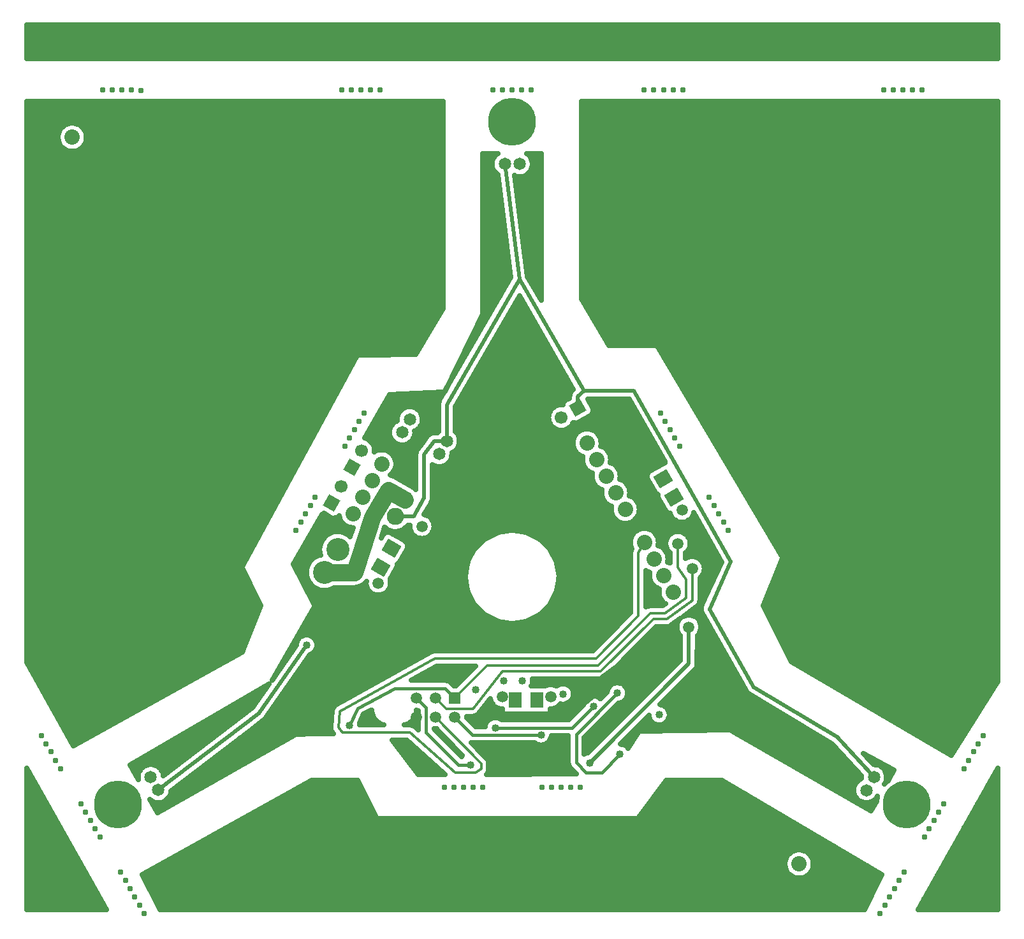
<source format=gbr>
G04 DipTrace 3.0.0.2*
G04 Bottom.gbr*
%MOIN*%
G04 #@! TF.FileFunction,Copper,L4,Bot*
G04 #@! TF.Part,Single*
%AMOUTLINE0*
4,1,4,
-0.05214,-0.010311,
-0.01714,0.050311,
0.05214,0.010311,
0.01714,-0.050311,
-0.05214,-0.010311,
0*%
%AMOUTLINE6*
4,1,4,
0.01714,0.050311,
0.05214,-0.010311,
-0.01714,-0.050311,
-0.05214,0.010311,
0.01714,0.050311,
0*%
%AMOUTLINE9*5,1,4,0,0,0.094653,-164.999604*%
%AMOUTLINE12*5,1,4,0,0,0.094653,-195.000396*%
G04 #@! TA.AperFunction,Conductor*
%ADD13C,0.012992*%
%ADD14C,0.015*%
%ADD15C,0.02*%
G04 #@! TA.AperFunction,ComponentPad*
%ADD16C,0.09*%
G04 #@! TA.AperFunction,CopperBalancing*
%ADD19C,0.025*%
G04 #@! TA.AperFunction,ComponentPad*
%ADD21C,0.12*%
%ADD27R,0.07X0.08*%
%ADD28C,0.066929*%
%ADD29R,0.059055X0.059055*%
%ADD30C,0.059055*%
%ADD31C,0.065*%
%ADD36C,0.08*%
%ADD37C,0.25*%
%ADD38C,0.031*%
G04 #@! TA.AperFunction,ViaPad*
%ADD39C,0.04*%
%ADD41C,0.059*%
G04 #@! TA.AperFunction,ComponentPad*
%ADD96OUTLINE0*%
%ADD102OUTLINE6*%
%ADD105OUTLINE9*%
%ADD108OUTLINE12*%
%FSLAX26Y26*%
G04*
G70*
G90*
G75*
G01*
G04 Bottom*
%LPD*%
X3154699Y1368072D2*
D14*
X2797450D1*
X2703699Y1461823D1*
X3927699Y1932072D2*
D15*
Y1740072D1*
X3409699Y1222072D1*
X1928812Y1836860D2*
X1678699Y1480572D1*
X1153764Y1079282D1*
X2392699Y2509072D2*
X2488537D1*
X2543699Y2607072D1*
Y2835085D1*
X2595831Y2904823D1*
X2661807D1*
Y3094358D1*
X2749445Y3245538D1*
X3042348Y3750810D1*
X2964778Y4352857D1*
X3042348Y3750810D2*
X3378660Y3167970D1*
X3641133D1*
X4147329Y2274314D1*
X4034841Y2024340D1*
X4266067Y1618133D1*
X4703521Y1355660D1*
X4894631Y1146925D1*
X3347699Y3078071D2*
Y3137009D1*
X3378660Y3167970D1*
X3301169Y1461899D2*
D14*
X3442699Y1582072D1*
D13*
X3470934Y1673909D1*
X3730437Y1865366D1*
X4011699Y2067072D1*
X4015105Y2227122D1*
X3891346Y2444110D1*
X3644699Y2461060D1*
X2442699Y2595676D2*
D16*
X2356699Y2648072D1*
X2271699Y2507072D1*
X2178627Y2217469D1*
X2022400Y2217478D1*
X2916199Y1405572D2*
D14*
X3316084D1*
X3428655Y1518143D1*
X2153789Y1418154D2*
X2196699Y1506072D1*
X2389936Y1611883D1*
X2653639D1*
X2703699Y1561823D1*
X3869949Y2368322D2*
D13*
Y2242669D1*
X3913730Y2181846D1*
Y2084298D1*
X3804262Y2002976D1*
X3724828D1*
X3452424Y1730572D1*
X2872449D1*
X2703699Y1561823D1*
X3694699Y2374458D2*
X3664084Y2320458D1*
Y1989385D1*
X3441772Y1767072D1*
X2598073D1*
X2103699Y1491072D1*
X2094699Y1407915D1*
X2114592Y1380028D1*
X2468858D1*
X2704997Y1169072D1*
X2812199D1*
X2841199Y1190316D1*
Y1216072D1*
X2603699Y1461823D1*
X2503699Y1561823D2*
D14*
X2553747Y1511776D1*
Y1381950D1*
X2723772Y1211925D1*
X2784972D1*
X2603699Y1561823D2*
D13*
X2659950Y1505572D1*
X2797987D1*
X2953597Y1699322D1*
X3466199D1*
X3741205Y1974327D1*
X3813041D1*
X3944950Y2071734D1*
Y2237072D1*
X3553642Y1586886D2*
D14*
X3338491Y1371735D1*
Y1224159D1*
X3391013Y1171636D1*
X3473264D1*
X3567699Y1266072D1*
D39*
X3771699Y1473072D3*
X3057411Y1649322D3*
X2960474D3*
X3154699Y1368072D3*
X3428655Y1518143D3*
X2916199Y1405572D3*
X2784972Y1211925D3*
X2153789Y1418154D3*
X3567699Y1266072D3*
X3553642Y1586886D3*
X3301169Y1461899D3*
X3442699Y1582072D3*
D41*
X3204505Y1567266D3*
X2952143Y1566516D3*
X2531699Y2458072D3*
D39*
X1928812Y1836860D3*
X3409699Y1222072D3*
D41*
X3927699Y1932072D3*
X2303699Y2161823D3*
X3891199Y2543072D3*
X3869949Y2368322D3*
X3944950Y2237072D3*
D39*
X3269699Y1582072D3*
X2813299Y1603281D3*
X468699Y5055703D2*
D19*
X5538724D1*
X468699Y5030835D2*
X5538724D1*
X468699Y5005966D2*
X5538724D1*
X468699Y4981097D2*
X5538724D1*
X468699Y4956228D2*
X5538724D1*
X468699Y4931360D2*
X5538724D1*
X468699Y4906491D2*
X5538724D1*
X5541199Y4918072D2*
Y5080572D1*
X466199D1*
Y4905572D1*
X5541199D1*
Y4918072D1*
X468699Y4655703D2*
X2638724D1*
X468699Y4630835D2*
X2638724D1*
X468699Y4605966D2*
X2638724D1*
X468699Y4581097D2*
X2638724D1*
X468699Y4556228D2*
X663626D1*
X743773D2*
X2638724D1*
X468699Y4531360D2*
X638480D1*
X768919D2*
X2638724D1*
X468699Y4506491D2*
X628958D1*
X778441D2*
X2638724D1*
X468699Y4481622D2*
X628617D1*
X778782D2*
X2638724D1*
X468699Y4456753D2*
X637308D1*
X770091D2*
X2638724D1*
X468699Y4431885D2*
X660501D1*
X746898D2*
X2638724D1*
X468699Y4407016D2*
X2638724D1*
X468699Y4382147D2*
X2638724D1*
X468699Y4357278D2*
X2638724D1*
X468699Y4332409D2*
X2638724D1*
X468699Y4307541D2*
X2638724D1*
X468699Y4282672D2*
X2638724D1*
X468699Y4257803D2*
X2638724D1*
X468699Y4232934D2*
X2638724D1*
X468699Y4208066D2*
X2638724D1*
X468699Y4183197D2*
X2638724D1*
X468699Y4158328D2*
X2638724D1*
X468699Y4133459D2*
X2638724D1*
X468699Y4108591D2*
X2638724D1*
X468699Y4083722D2*
X2638724D1*
X468699Y4058853D2*
X2638724D1*
X468699Y4033984D2*
X2638724D1*
X468699Y4009115D2*
X2638724D1*
X468699Y3984247D2*
X2638724D1*
X468699Y3959378D2*
X2638724D1*
X468699Y3934509D2*
X2638724D1*
X468699Y3909640D2*
X2638724D1*
X468699Y3884772D2*
X2638724D1*
X468699Y3859903D2*
X2638724D1*
X468699Y3835034D2*
X2638724D1*
X468699Y3810165D2*
X2638724D1*
X468699Y3785297D2*
X2638724D1*
X468699Y3760428D2*
X2638724D1*
X468699Y3735559D2*
X2638724D1*
X468699Y3710690D2*
X2638724D1*
X468699Y3685822D2*
X2638724D1*
X468699Y3660953D2*
X2638724D1*
X468699Y3636084D2*
X2638724D1*
X468699Y3611215D2*
X2638724D1*
X468699Y3586346D2*
X2632572D1*
X468699Y3561478D2*
X2617678D1*
X468699Y3536609D2*
X2602738D1*
X468699Y3511740D2*
X2587845D1*
X468699Y3486871D2*
X2572904D1*
X468699Y3462003D2*
X2557962D1*
X468699Y3437134D2*
X2543070D1*
X468699Y3412265D2*
X2528129D1*
X468699Y3387396D2*
X2513236D1*
X468699Y3362528D2*
X2498294D1*
X468699Y3337659D2*
X2183988D1*
X468699Y3312790D2*
X2170462D1*
X468699Y3287921D2*
X2156888D1*
X468699Y3263052D2*
X2143314D1*
X468699Y3238184D2*
X2129740D1*
X468699Y3213315D2*
X2116165D1*
X468699Y3188446D2*
X2102640D1*
X468699Y3163577D2*
X2089066D1*
X468699Y3138709D2*
X2075491D1*
X468699Y3113840D2*
X2061917D1*
X468699Y3088971D2*
X2048343D1*
X468699Y3064102D2*
X2034818D1*
X468699Y3039234D2*
X2021243D1*
X468699Y3014365D2*
X2007669D1*
X468699Y2989496D2*
X1994094D1*
X468699Y2964627D2*
X1980521D1*
X468699Y2939759D2*
X1966995D1*
X468699Y2914890D2*
X1953421D1*
X468699Y2890021D2*
X1939846D1*
X468699Y2865152D2*
X1926273D1*
X468699Y2840283D2*
X1912698D1*
X468699Y2815415D2*
X1899125D1*
X468699Y2790546D2*
X1885598D1*
X468699Y2765677D2*
X1872025D1*
X468699Y2740808D2*
X1858450D1*
X468699Y2715940D2*
X1844877D1*
X468699Y2691071D2*
X1831302D1*
X468699Y2666202D2*
X1817777D1*
X468699Y2641333D2*
X1804202D1*
X468699Y2616465D2*
X1790629D1*
X468699Y2591596D2*
X1777054D1*
X468699Y2566727D2*
X1763480D1*
X468699Y2541858D2*
X1749954D1*
X468699Y2516990D2*
X1736381D1*
X468699Y2492121D2*
X1722806D1*
X468699Y2467252D2*
X1709232D1*
X468699Y2442383D2*
X1695657D1*
X468699Y2417514D2*
X1682133D1*
X468699Y2392646D2*
X1668558D1*
X468699Y2367777D2*
X1654984D1*
X468699Y2342908D2*
X1641409D1*
X468699Y2318039D2*
X1627835D1*
X468699Y2293171D2*
X1614310D1*
X468699Y2268302D2*
X1600736D1*
X468699Y2243433D2*
X1587161D1*
X468699Y2218564D2*
X1599466D1*
X468699Y2193696D2*
X1611917D1*
X468699Y2168827D2*
X1624369D1*
X468699Y2143958D2*
X1636770D1*
X468699Y2119089D2*
X1649222D1*
X468699Y2094220D2*
X1661673D1*
X468699Y2069352D2*
X1674075D1*
X468699Y2044483D2*
X1686526D1*
X468699Y2019614D2*
X1678373D1*
X468699Y1994745D2*
X1668411D1*
X468699Y1969877D2*
X1658450D1*
X468699Y1945008D2*
X1648490D1*
X468699Y1920139D2*
X1638577D1*
X468699Y1895270D2*
X1628617D1*
X468699Y1870402D2*
X1618656D1*
X468699Y1845533D2*
X1608743D1*
X468699Y1820664D2*
X1598782D1*
X468699Y1795795D2*
X1580374D1*
X468699Y1770927D2*
X1535598D1*
X468822Y1746058D2*
X1490824D1*
X482640Y1721189D2*
X1446049D1*
X496458Y1696320D2*
X1401322D1*
X510277Y1671451D2*
X1356546D1*
X524094Y1646583D2*
X1311770D1*
X537913Y1621714D2*
X1266995D1*
X551732Y1596845D2*
X1222269D1*
X565550Y1571976D2*
X1177493D1*
X579369Y1547108D2*
X1132718D1*
X593186Y1522239D2*
X1087942D1*
X607005Y1497370D2*
X1043217D1*
X620824Y1472501D2*
X998441D1*
X634642Y1447633D2*
X953665D1*
X648461Y1422764D2*
X908890D1*
X662278Y1397895D2*
X864163D1*
X676097Y1373026D2*
X819388D1*
X689915Y1348157D2*
X774613D1*
X703734Y1323289D2*
X729837D1*
X776972Y4487306D2*
X775169Y4475913D1*
X771605Y4464945D1*
X766369Y4454668D1*
X759589Y4445337D1*
X751434Y4437182D1*
X742104Y4430403D1*
X731827Y4425167D1*
X720858Y4421602D1*
X709466Y4419799D1*
X697933D1*
X686541Y4421602D1*
X675572Y4425167D1*
X665295Y4430403D1*
X655965Y4437182D1*
X647810Y4445337D1*
X641030Y4454668D1*
X635794Y4464945D1*
X632230Y4475913D1*
X630427Y4487306D1*
Y4498839D1*
X632230Y4510231D1*
X635794Y4521199D1*
X641030Y4531476D1*
X647810Y4540807D1*
X655965Y4548962D1*
X665295Y4555741D1*
X675572Y4560978D1*
X686541Y4564542D1*
X697933Y4566345D1*
X709466D1*
X720858Y4564542D1*
X731827Y4560978D1*
X742104Y4555741D1*
X751434Y4548962D1*
X759589Y4540807D1*
X766369Y4531476D1*
X771605Y4521199D1*
X775169Y4510231D1*
X776972Y4498839D1*
Y4487306D1*
X2408084Y3358062D2*
X2498172D1*
X2641215Y3596562D1*
X2641199Y4680572D1*
X466199D1*
Y1746245D1*
X708556Y1310070D1*
X1593749Y1801844D1*
X1690025Y2042543D1*
X1591782Y2239299D1*
X1591199Y2243167D1*
X1591841Y2247025D1*
X1598711Y2260031D1*
X2193797Y3350701D1*
X2196639Y3353387D1*
X2200172Y3355064D1*
X2204169Y3355559D1*
X2361659Y3355572D1*
X2375331Y3357218D1*
X2395584Y3358062D1*
X2408084D1*
X3368699Y4655703D2*
X5538724D1*
X3368699Y4630835D2*
X5538724D1*
X3368699Y4605966D2*
X5538724D1*
X3368699Y4581097D2*
X5538724D1*
X3368699Y4556228D2*
X5538724D1*
X3368699Y4531360D2*
X5538724D1*
X3368699Y4506491D2*
X5538724D1*
X3368699Y4481622D2*
X5538724D1*
X3368699Y4456753D2*
X5538724D1*
X3368699Y4431885D2*
X5538724D1*
X3368699Y4407016D2*
X5538724D1*
X3368699Y4382147D2*
X5538724D1*
X3368699Y4357278D2*
X5538724D1*
X3368699Y4332409D2*
X5538724D1*
X3368699Y4307541D2*
X5538724D1*
X3368699Y4282672D2*
X5538724D1*
X3368699Y4257803D2*
X5538724D1*
X3368699Y4232934D2*
X5538724D1*
X3368699Y4208066D2*
X5538724D1*
X3368699Y4183197D2*
X5538724D1*
X3368699Y4158328D2*
X5538724D1*
X3368699Y4133459D2*
X5538724D1*
X3368699Y4108591D2*
X5538724D1*
X3368699Y4083722D2*
X5538724D1*
X3368699Y4058853D2*
X5538724D1*
X3368699Y4033984D2*
X5538724D1*
X3368699Y4009115D2*
X5538724D1*
X3368699Y3984247D2*
X5538724D1*
X3368699Y3959378D2*
X5538724D1*
X3368699Y3934509D2*
X5538724D1*
X3368699Y3909640D2*
X5538724D1*
X3368699Y3884772D2*
X5538724D1*
X3368699Y3859903D2*
X5538724D1*
X3368699Y3835034D2*
X5538724D1*
X3368699Y3810165D2*
X5538724D1*
X3368699Y3785297D2*
X5538724D1*
X3368699Y3760428D2*
X5538724D1*
X3368699Y3735559D2*
X5538724D1*
X3368699Y3710690D2*
X5538724D1*
X3368699Y3685822D2*
X5538724D1*
X3368699Y3660953D2*
X5538724D1*
X3374974Y3636084D2*
X5538724D1*
X3389915Y3611215D2*
X5538724D1*
X3404808Y3586346D2*
X5538724D1*
X3419749Y3561478D2*
X5538724D1*
X3434642Y3536609D2*
X5538724D1*
X3449583Y3511740D2*
X5538724D1*
X3464476Y3486871D2*
X5538724D1*
X3479417Y3462003D2*
X5538724D1*
X3494358Y3437134D2*
X5538724D1*
X3509251Y3412265D2*
X5538724D1*
X3774094Y3387396D2*
X5538724D1*
X3788743Y3362528D2*
X5538724D1*
X3803441Y3337659D2*
X5538724D1*
X3818138Y3312790D2*
X5538724D1*
X3832835Y3287921D2*
X5538724D1*
X3847533Y3263052D2*
X5538724D1*
X3862230Y3238184D2*
X5538724D1*
X3876927Y3213315D2*
X5538724D1*
X3891625Y3188446D2*
X5538724D1*
X3906322Y3163577D2*
X5538724D1*
X3921018Y3138709D2*
X5538724D1*
X3935717Y3113840D2*
X5538724D1*
X3950413Y3088971D2*
X5538724D1*
X3965110Y3064102D2*
X5538724D1*
X3979808Y3039234D2*
X5538724D1*
X3994505Y3014365D2*
X5538724D1*
X4009202Y2989496D2*
X5538724D1*
X4023900Y2964627D2*
X5538724D1*
X4038597Y2939759D2*
X5538724D1*
X4053294Y2914890D2*
X5538724D1*
X4067991Y2890021D2*
X5538724D1*
X4082689Y2865152D2*
X5538724D1*
X4097386Y2840283D2*
X5538724D1*
X4112083Y2815415D2*
X5538724D1*
X4126781Y2790546D2*
X5538724D1*
X4141429Y2765677D2*
X5538724D1*
X4156126Y2740808D2*
X5538724D1*
X4170824Y2715940D2*
X5538724D1*
X4185521Y2691071D2*
X5538724D1*
X4200218Y2666202D2*
X5538724D1*
X4214915Y2641333D2*
X5538724D1*
X4229613Y2616465D2*
X5538724D1*
X4244310Y2591596D2*
X5538724D1*
X4259007Y2566727D2*
X5538724D1*
X4273705Y2541858D2*
X5538724D1*
X4288402Y2516990D2*
X5538724D1*
X4303098Y2492121D2*
X5538724D1*
X4317797Y2467252D2*
X5538724D1*
X4332493Y2442383D2*
X5538724D1*
X4347190Y2417514D2*
X5538724D1*
X4361888Y2392646D2*
X5538724D1*
X4376585Y2367777D2*
X5538724D1*
X4391282Y2342908D2*
X5538724D1*
X4405980Y2318039D2*
X5538724D1*
X4419701Y2293171D2*
X5538724D1*
X4409740Y2268302D2*
X5538724D1*
X4399827Y2243433D2*
X5538724D1*
X4389866Y2218564D2*
X5538724D1*
X4379906Y2193696D2*
X5538724D1*
X4369945Y2168827D2*
X5538724D1*
X4360033Y2143958D2*
X5538724D1*
X4350072Y2119089D2*
X5538724D1*
X4340110Y2094220D2*
X5538724D1*
X4330198Y2069352D2*
X5538724D1*
X4320238Y2044483D2*
X5538724D1*
X4331908Y2019614D2*
X5538724D1*
X4344358Y1994745D2*
X5538724D1*
X4356761Y1969877D2*
X5538724D1*
X4369213Y1945008D2*
X5538724D1*
X4381663Y1920139D2*
X5538724D1*
X4394066Y1895270D2*
X5538724D1*
X4406517Y1870402D2*
X5538724D1*
X4418969Y1845533D2*
X5538724D1*
X4431370Y1820664D2*
X5538724D1*
X4443822Y1795795D2*
X5538724D1*
X4456224Y1770927D2*
X5538724D1*
X4475755Y1746058D2*
X5538724D1*
X4518041Y1721189D2*
X5538724D1*
X4560325Y1696320D2*
X5538724D1*
X4602610Y1671451D2*
X5538724D1*
X4644896Y1646583D2*
X5538675D1*
X4687181Y1621714D2*
X5523098D1*
X4729417Y1596845D2*
X5507572D1*
X4771702Y1571976D2*
X5492045D1*
X4813988Y1547108D2*
X5476469D1*
X4856273Y1522239D2*
X5460941D1*
X4898558Y1497370D2*
X5445413D1*
X4940843Y1472501D2*
X5429837D1*
X4983079Y1447633D2*
X5414310D1*
X5025365Y1422764D2*
X5398782D1*
X5067650Y1397895D2*
X5383206D1*
X5109934Y1373026D2*
X5367678D1*
X5152220Y1348157D2*
X5352152D1*
X5194505Y1323289D2*
X5336575D1*
X5236741Y1298420D2*
X5321049D1*
X5279026Y1273551D2*
X5305521D1*
X5528699Y4680572D2*
X3366199D1*
Y3646539D1*
X3510803Y3405529D1*
X3755655Y3405419D1*
X3759374Y3404210D1*
X3762538Y3401911D1*
X3764461Y3399432D1*
X4415323Y2297669D1*
X4416175Y2293853D1*
X4415806Y2289959D1*
X4396736Y2242007D1*
X4317374Y2043601D1*
X4463224Y1751972D1*
X5299539Y1260021D1*
X5541214Y1646681D1*
X5541199Y4680572D1*
X5528699D1*
X468699Y1155966D2*
X485843D1*
X468699Y1131097D2*
X499857D1*
X468699Y1106228D2*
X513822D1*
X468699Y1081360D2*
X527835D1*
X468699Y1056491D2*
X541801D1*
X468699Y1031622D2*
X555814D1*
X468699Y1006753D2*
X569778D1*
X468699Y981885D2*
X583793D1*
X468699Y957016D2*
X597757D1*
X468699Y932147D2*
X611770D1*
X468699Y907278D2*
X625736D1*
X468699Y882409D2*
X639749D1*
X468699Y857541D2*
X653714D1*
X468699Y832672D2*
X667728D1*
X468699Y807803D2*
X681693D1*
X468699Y782934D2*
X695706D1*
X468699Y758066D2*
X709671D1*
X468699Y733197D2*
X723685D1*
X468699Y708328D2*
X737650D1*
X468699Y683459D2*
X751663D1*
X468699Y658591D2*
X765629D1*
X468699Y633722D2*
X779593D1*
X468699Y608853D2*
X793606D1*
X468699Y583984D2*
X807572D1*
X468699Y559115D2*
X821585D1*
X468699Y534247D2*
X835550D1*
X468699Y509378D2*
X849564D1*
X468699Y484509D2*
X863529D1*
X468699Y459640D2*
X877542D1*
X882344Y455542D2*
X466196Y1195360D1*
X466199Y455572D1*
X882362D1*
X1914671Y1105703D2*
X2205911D1*
X3793822D2*
X4140091D1*
X1869896Y1080835D2*
X2218362D1*
X3775169D2*
X4182327D1*
X1825169Y1055966D2*
X2230765D1*
X3756517D2*
X4224613D1*
X1780394Y1031097D2*
X2243217D1*
X3737865D2*
X4266898D1*
X1735618Y1006228D2*
X2255667D1*
X3719213D2*
X4309182D1*
X1690843Y981360D2*
X2268070D1*
X3700560D2*
X4351469D1*
X1646117Y956491D2*
X2280521D1*
X3681908D2*
X4393753D1*
X1601341Y931622D2*
X2292972D1*
X3663255D2*
X4435990D1*
X1556566Y906753D2*
X4478274D1*
X1511790Y881885D2*
X4520560D1*
X1467014Y857016D2*
X4562845D1*
X1422289Y832147D2*
X4605130D1*
X1377513Y807278D2*
X4647415D1*
X1332738Y782409D2*
X4689652D1*
X1287962Y757541D2*
X4465921D1*
X4541478D2*
X4731937D1*
X1243236Y732672D2*
X4439261D1*
X4568138D2*
X4774222D1*
X1198461Y707803D2*
X4429202D1*
X4578197D2*
X4816507D1*
X1153685Y682934D2*
X4428421D1*
X4578978D2*
X4858793D1*
X1108909Y658066D2*
X4436575D1*
X4570824D2*
X4901077D1*
X1075121Y633197D2*
X4458549D1*
X4548850D2*
X4932278D1*
X1087522Y608328D2*
X4919877D1*
X1099974Y583459D2*
X4907425D1*
X1112425Y558591D2*
X4894974D1*
X1124827Y533722D2*
X4882572D1*
X1137278Y508853D2*
X4870121D1*
X1149730Y483984D2*
X4857669D1*
X1162133Y459115D2*
X4845266D1*
X4576972Y687306D2*
X4575169Y675913D1*
X4571605Y664945D1*
X4566369Y654668D1*
X4559589Y645337D1*
X4551434Y637182D1*
X4542104Y630403D1*
X4531827Y625167D1*
X4520858Y621602D1*
X4509466Y619799D1*
X4497933D1*
X4486541Y621602D1*
X4475572Y625167D1*
X4465295Y630403D1*
X4455965Y637182D1*
X4447810Y645337D1*
X4441030Y654668D1*
X4435794Y664945D1*
X4432230Y675913D1*
X4430427Y687306D1*
Y698839D1*
X4432230Y710231D1*
X4435794Y721199D1*
X4441030Y731476D1*
X4447810Y740807D1*
X4455965Y748962D1*
X4465295Y755741D1*
X4475572Y760978D1*
X4486541Y764542D1*
X4497933Y766345D1*
X4509466D1*
X4520858Y764542D1*
X4531827Y760978D1*
X4542104Y755741D1*
X4551434Y748962D1*
X4559589Y740807D1*
X4566369Y731476D1*
X4571605Y721199D1*
X4575169Y710231D1*
X4576972Y698839D1*
Y687306D1*
X1956996Y1130604D2*
X1070205Y637942D1*
X1161446Y455531D1*
X4846033Y455572D1*
X4937312Y638248D1*
X4100253Y1130597D1*
X3809900Y1130572D1*
X3662403Y934100D1*
X3659205Y931849D1*
X3655467Y930698D1*
X3628699Y930572D1*
X2301744Y930726D1*
X2298025Y931934D1*
X2294861Y934234D1*
X2292394Y937762D1*
X2195954Y1130613D1*
X1956873Y1130572D1*
X5521556Y1155966D2*
X5538724D1*
X5507542Y1131097D2*
X5538724D1*
X5493577Y1106228D2*
X5538724D1*
X5479564Y1081360D2*
X5538724D1*
X5465598Y1056491D2*
X5538724D1*
X5451585Y1031622D2*
X5538724D1*
X5437621Y1006753D2*
X5538724D1*
X5423606Y981885D2*
X5538724D1*
X5409642Y957016D2*
X5538724D1*
X5395629Y932147D2*
X5538724D1*
X5381663Y907278D2*
X5538724D1*
X5367650Y882409D2*
X5538724D1*
X5353685Y857541D2*
X5538724D1*
X5339671Y832672D2*
X5538724D1*
X5325706Y807803D2*
X5538724D1*
X5311693Y782934D2*
X5538724D1*
X5297728Y758066D2*
X5538724D1*
X5283714Y733197D2*
X5538724D1*
X5269749Y708328D2*
X5538724D1*
X5255736Y683459D2*
X5538724D1*
X5241770Y658591D2*
X5538724D1*
X5227806Y633722D2*
X5538724D1*
X5213793Y608853D2*
X5538724D1*
X5199827Y583984D2*
X5538724D1*
X5185814Y559115D2*
X5538724D1*
X5171849Y534247D2*
X5538724D1*
X5157835Y509378D2*
X5538724D1*
X5143870Y484509D2*
X5538724D1*
X5129857Y459640D2*
X5538724D1*
X5125037Y455572D2*
X5541199D1*
Y1195367D1*
X5125059Y455547D1*
X2851814Y4383340D2*
X2903748D1*
X3104549D2*
X3154236D1*
X2851814Y4358471D2*
X2896521D1*
X3111774D2*
X3154236D1*
X2851814Y4333602D2*
X2899157D1*
X3109138D2*
X3154236D1*
X2851814Y4308734D2*
X2913171D1*
X3095125D2*
X3154236D1*
X2851814Y4283865D2*
X2927332D1*
X3020026D2*
X3154236D1*
X2851814Y4258996D2*
X2930505D1*
X3023201D2*
X3154236D1*
X2851814Y4234127D2*
X2933728D1*
X3026423D2*
X3154236D1*
X2851814Y4209259D2*
X2936950D1*
X3029646D2*
X3154236D1*
X2851814Y4184390D2*
X2940125D1*
X3032820D2*
X3154236D1*
X2851814Y4159521D2*
X2943346D1*
X3036042D2*
X3154236D1*
X2851814Y4134652D2*
X2946570D1*
X3039217D2*
X3154236D1*
X2851814Y4109783D2*
X2949744D1*
X3042438D2*
X3154236D1*
X2851814Y4084915D2*
X2952966D1*
X3045661D2*
X3154236D1*
X2851814Y4060046D2*
X2956140D1*
X3048836D2*
X3154236D1*
X2851814Y4035177D2*
X2959362D1*
X3052058D2*
X3154236D1*
X2851814Y4010308D2*
X2962585D1*
X3055281D2*
X3154236D1*
X2851814Y3985440D2*
X2965759D1*
X3058454D2*
X3154236D1*
X2851814Y3960571D2*
X2968982D1*
X3061677D2*
X3154236D1*
X2851814Y3935702D2*
X2972156D1*
X3064850D2*
X3154236D1*
X2851814Y3910833D2*
X2975378D1*
X3068073D2*
X3154236D1*
X2851814Y3885965D2*
X2978601D1*
X3071297D2*
X3154236D1*
X2851814Y3861096D2*
X2981774D1*
X3074470D2*
X3154236D1*
X2851814Y3836227D2*
X2984997D1*
X3077693D2*
X3154236D1*
X2851814Y3811358D2*
X2988220D1*
X3080916D2*
X3154236D1*
X2851814Y3786490D2*
X2991394D1*
X3084089D2*
X3154236D1*
X2851814Y3761621D2*
X2994617D1*
X3088825D2*
X3154236D1*
X2851814Y3736752D2*
X2981433D1*
X3103181D2*
X3154236D1*
X2851814Y3711883D2*
X2967029D1*
X3117537D2*
X3154236D1*
X2851814Y3687014D2*
X2952625D1*
X3131843D2*
X3154236D1*
X2851814Y3662146D2*
X2938171D1*
X3146198D2*
X3154182D1*
X2851814Y3637277D2*
X2923766D1*
X3029304D2*
X3055164D1*
X2851814Y3612408D2*
X2909362D1*
X3014900D2*
X3069518D1*
X2851912Y3587539D2*
X2894958D1*
X3000446D2*
X3083874D1*
X2849080Y3562671D2*
X2880505D1*
X2986042D2*
X3098181D1*
X2836921Y3537802D2*
X2866101D1*
X2971638D2*
X3112537D1*
X2824762Y3512933D2*
X2851697D1*
X2957234D2*
X3126892D1*
X2812605Y3488064D2*
X2837293D1*
X2942781D2*
X3141248D1*
X2800446Y3463196D2*
X2822839D1*
X2928377D2*
X3155602D1*
X2788289Y3438327D2*
X2808434D1*
X2913972D2*
X3169958D1*
X2776130Y3413458D2*
X2794030D1*
X2899568D2*
X3184314D1*
X2763972Y3388589D2*
X2779626D1*
X2885114D2*
X3198669D1*
X2751814Y3363720D2*
X2765173D1*
X2870710D2*
X3212976D1*
X2739656Y3338852D2*
X2750769D1*
X2856306D2*
X3227332D1*
X2727497Y3313983D2*
X2736339D1*
X2841902D2*
X3241686D1*
X2827449Y3289114D2*
X3256042D1*
X2813045Y3264245D2*
X3270398D1*
X2798640Y3239377D2*
X3284753D1*
X2784236Y3214508D2*
X3299109D1*
X2769782Y3189639D2*
X3313465D1*
X2755378Y3164770D2*
X3311706D1*
X2362165Y3139902D2*
X2635437D1*
X2740974D2*
X3301794D1*
X2348054Y3115033D2*
X2621033D1*
X2726570D2*
X3276892D1*
X3406160D2*
X3618640D1*
X2333942Y3090164D2*
X2615808D1*
X2712165D2*
X3233533D1*
X3420514D2*
X3632702D1*
X2319881Y3065295D2*
X2420252D1*
X2515877D2*
X2615808D1*
X2707770D2*
X3202917D1*
X3429402D2*
X3646814D1*
X2305769Y3040427D2*
X2403748D1*
X2532381D2*
X2615808D1*
X2707770D2*
X3192761D1*
X3417732D2*
X3660877D1*
X2291657Y3015558D2*
X2399597D1*
X2536530D2*
X2615808D1*
X2707770D2*
X3192810D1*
X3375837D2*
X3674988D1*
X2277546Y2990689D2*
X2374938D1*
X2530965D2*
X2615808D1*
X2707770D2*
X3203014D1*
X3319148D2*
X3689050D1*
X2263484Y2965820D2*
X2362341D1*
X2511824D2*
X2615808D1*
X2707770D2*
X3233923D1*
X3288289D2*
X3376257D1*
X3413142D2*
X3703161D1*
X2249373Y2940951D2*
X2360681D1*
X2496686D2*
X2569129D1*
X2719538D2*
X3335584D1*
X3453816D2*
X3717224D1*
X2245369Y2916083D2*
X2369080D1*
X2488337D2*
X2547449D1*
X2729353D2*
X3322058D1*
X3467341D2*
X3731336D1*
X2274861Y2891214D2*
X2394518D1*
X2462849D2*
X2528845D1*
X2728913D2*
X3318738D1*
X3470661D2*
X3745398D1*
X2284724Y2866345D2*
X2510290D1*
X2717927D2*
X3324109D1*
X3491218D2*
X3759509D1*
X2370661Y2841476D2*
X2498181D1*
X2690778D2*
X3340857D1*
X3512361D2*
X3773572D1*
X2390144Y2816608D2*
X2497693D1*
X2687849D2*
X3369274D1*
X3520125D2*
X3787682D1*
X2397077Y2791739D2*
X2497693D1*
X2673298D2*
X3370398D1*
X3519001D2*
X3801745D1*
X2395222Y2766870D2*
X2497693D1*
X2589705D2*
X3380945D1*
X3554500D2*
X3755993D1*
X2383698Y2742001D2*
X2497693D1*
X2589705D2*
X3408777D1*
X3567585D2*
X3715514D1*
X2396492Y2717133D2*
X2497693D1*
X2589705D2*
X3418786D1*
X3570613D2*
X3706140D1*
X2437507Y2692264D2*
X2497693D1*
X2589705D2*
X3424500D1*
X3592341D2*
X3716198D1*
X2478328Y2667395D2*
X2497693D1*
X2589705D2*
X3441785D1*
X3612801D2*
X3730554D1*
X2589705Y2642526D2*
X3469177D1*
X3620222D2*
X3744909D1*
X2589705Y2617657D2*
X3470593D1*
X3619636D2*
X3762732D1*
X2587262Y2592789D2*
X3481530D1*
X3655232D2*
X3773621D1*
X2574080Y2567920D2*
X3510584D1*
X3667829D2*
X3787976D1*
X2560066Y2543051D2*
X3518836D1*
X3670564D2*
X3802332D1*
X2009724Y2518182D2*
X2031629D1*
X2553084D2*
X3524890D1*
X3664509D2*
X3830846D1*
X1995613Y2493314D2*
X2102429D1*
X2586433D2*
X3542713D1*
X3646686D2*
X3850037D1*
X3932332D2*
X3970789D1*
X1981501Y2468445D2*
X2121862D1*
X2596345D2*
X3984900D1*
X1967390Y2443576D2*
X2166345D1*
X2336238D2*
X2346898D1*
X2438484D2*
X2467908D1*
X2595514D2*
X3667224D1*
X3722175D2*
X3998962D1*
X1953328Y2418707D2*
X2043689D1*
X2138923D2*
X2158337D1*
X2380916D2*
X2480017D1*
X2583406D2*
X2909606D1*
X3097761D2*
X3633533D1*
X3755866D2*
X3829626D1*
X3910261D2*
X4013073D1*
X1939217Y2393839D2*
X2014685D1*
X2423982D2*
X2860974D1*
X3146394D2*
X3621277D1*
X3768073D2*
X3809850D1*
X3930037D2*
X4027136D1*
X1925105Y2368970D2*
X2001013D1*
X2456745D2*
X2834217D1*
X3173152D2*
X3618885D1*
X3770514D2*
X3804430D1*
X3935457D2*
X4041248D1*
X1910993Y2344101D2*
X1995593D1*
X2459285D2*
X2809362D1*
X3198054D2*
X3625281D1*
X3794490D2*
X3809291D1*
X3930622D2*
X4055310D1*
X1896930Y2319232D2*
X1996961D1*
X2446052D2*
X2793640D1*
X3213728D2*
X3621618D1*
X3813678D2*
X3827478D1*
X3912409D2*
X4069421D1*
X1882820Y2294364D2*
X1966686D1*
X2431697D2*
X2780993D1*
X3226423D2*
X3621618D1*
X3973640D2*
X4083484D1*
X1868709Y2269495D2*
X1942224D1*
X2416169D2*
X2768885D1*
X3238484D2*
X3621618D1*
X4001472D2*
X4094958D1*
X1871101Y2244626D2*
X1930408D1*
X2402253D2*
X2764441D1*
X3242976D2*
X3621618D1*
X4010017D2*
X4083777D1*
X1883748Y2219757D2*
X1926453D1*
X2388630D2*
X2760486D1*
X3246930D2*
X3621618D1*
X3706550D2*
X3714510D1*
X4008014D2*
X4072594D1*
X1896394Y2194888D2*
X1929186D1*
X2374274D2*
X2756970D1*
X3250446D2*
X3621618D1*
X3706550D2*
X3718936D1*
X3994245D2*
X4061413D1*
X1909041Y2170020D2*
X1939343D1*
X2368660D2*
X2760193D1*
X3247175D2*
X3621618D1*
X3706550D2*
X3725671D1*
X3987409D2*
X4050232D1*
X1921686Y2145151D2*
X1960633D1*
X2211629D2*
X2240466D1*
X2366950D2*
X2764148D1*
X3243269D2*
X3621618D1*
X3706550D2*
X3744714D1*
X3987409D2*
X4039001D1*
X1934333Y2120282D2*
X2253845D1*
X2353572D2*
X2768346D1*
X3239021D2*
X3621618D1*
X3706550D2*
X3768933D1*
X3987409D2*
X4027820D1*
X1946980Y2095413D2*
X2780114D1*
X3227302D2*
X3621618D1*
X3706550D2*
X3771277D1*
X3987409D2*
X4016638D1*
X1959626Y2070545D2*
X2792761D1*
X3214656D2*
X3621618D1*
X3706550D2*
X3783386D1*
X3987409D2*
X4005457D1*
X1972273Y2045676D2*
X2807605D1*
X3199762D2*
X3621618D1*
X3706550D2*
X3792175D1*
X3977790D2*
X3994274D1*
X1962018Y2020807D2*
X2832507D1*
X3174909D2*
X3621618D1*
X3945808D2*
X3989001D1*
X1947664Y1995938D2*
X2858289D1*
X3149129D2*
X3611609D1*
X3912117D2*
X3998474D1*
X1933259Y1971070D2*
X2906189D1*
X3101178D2*
X3586706D1*
X3979694D2*
X4012634D1*
X1918904Y1946201D2*
X3561853D1*
X3844782D2*
X3863806D1*
X3991609D2*
X4026794D1*
X1904500Y1921332D2*
X3537000D1*
X3747273D2*
X3863122D1*
X3992293D2*
X4040954D1*
X1890144Y1896463D2*
X3512097D1*
X3722370D2*
X3873230D1*
X3982185D2*
X4055114D1*
X1875740Y1871594D2*
X1885598D1*
X1971980D2*
X3487244D1*
X3697517D2*
X3881726D1*
X3973689D2*
X4069226D1*
X1861385Y1846726D2*
X1873706D1*
X1983894D2*
X3462390D1*
X3672664D2*
X3881726D1*
X3973689D2*
X4083386D1*
X1846980Y1821857D2*
X1862634D1*
X1982673D2*
X3437488D1*
X3647761D2*
X3881726D1*
X3973689D2*
X4097546D1*
X1832625Y1796988D2*
X1845150D1*
X1967000D2*
X2567126D1*
X3622908D2*
X3881726D1*
X3973689D2*
X4111706D1*
X1818220Y1772119D2*
X1827768D1*
X1939021D2*
X2522594D1*
X3598054D2*
X3881726D1*
X3973689D2*
X4125866D1*
X1921541Y1747251D2*
X2478064D1*
X3573152D2*
X3870886D1*
X3973689D2*
X4140026D1*
X1904060Y1722382D2*
X2433484D1*
X2602546D2*
X2805213D1*
X3548298D2*
X3846033D1*
X3969929D2*
X4154186D1*
X1886629Y1697513D2*
X2388953D1*
X2558014D2*
X2780358D1*
X3523445D2*
X3821130D1*
X3949129D2*
X4168346D1*
X1869148Y1672644D2*
X2344421D1*
X2513434D2*
X2755457D1*
X3498542D2*
X3796277D1*
X3924274D2*
X4182507D1*
X1851717Y1647776D2*
X2299841D1*
X2675934D2*
X2730602D1*
X3113386D2*
X3771423D1*
X3899421D2*
X4196668D1*
X1834236Y1622907D2*
X2255310D1*
X3306745D2*
X3511609D1*
X3595710D2*
X3746521D1*
X3874518D2*
X4210828D1*
X1673640Y1598038D2*
X1705505D1*
X1816804D2*
X2210778D1*
X3323249D2*
X3498816D1*
X3608454D2*
X3721668D1*
X3849665D2*
X4224988D1*
X1630916Y1573169D2*
X1688073D1*
X1799324D2*
X2166248D1*
X3324958D2*
X3479480D1*
X3607869D2*
X3696814D1*
X3824812D2*
X4253992D1*
X1588142Y1548301D2*
X1670593D1*
X1781892D2*
X2121668D1*
X3313678D2*
X3381970D1*
X3593220D2*
X3671912D1*
X3799909D2*
X4295446D1*
X1545417Y1523432D2*
X1653161D1*
X1764412D2*
X2077722D1*
X2866121D2*
X2903698D1*
X3252253D2*
X3372937D1*
X3550642D2*
X3647058D1*
X3792244D2*
X4336902D1*
X1502693Y1498563D2*
X1628113D1*
X1746980D2*
X2061902D1*
X2846150D2*
X2949646D1*
X3204646D2*
X3348621D1*
X3525789D2*
X3622205D1*
X3821248D2*
X4378308D1*
X1459969Y1473694D2*
X1595593D1*
X1729500D2*
X2059118D1*
X2229010D2*
X2271325D1*
X2502106D2*
X2510259D1*
X2824617D2*
X3323718D1*
X3500934D2*
X3597302D1*
X3827693D2*
X4419762D1*
X1417244Y1448825D2*
X1563073D1*
X1710896D2*
X2056433D1*
X2216853D2*
X2284997D1*
X2488386D2*
X2510241D1*
X2777156D2*
X2882214D1*
X2950202D2*
X3298865D1*
X3476033D2*
X3572449D1*
X3700446D2*
X3721521D1*
X3821882D2*
X4461218D1*
X1374518Y1423957D2*
X1530554D1*
X1678766D2*
X2053698D1*
X2209480D2*
X2318640D1*
X2454744D2*
X2510241D1*
X2802009D2*
X2863465D1*
X3451178D2*
X3547594D1*
X3675593D2*
X3747986D1*
X3795417D2*
X4502673D1*
X1331794Y1399088D2*
X1497986D1*
X1646198D2*
X2053210D1*
X3426325D2*
X3522693D1*
X3650690D2*
X4544129D1*
X1289070Y1374219D2*
X1465466D1*
X1613678D2*
X2067126D1*
X2621930D2*
X2630252D1*
X3401423D2*
X3497839D1*
X3625837D2*
X3656774D1*
X4178034D2*
X4585584D1*
X1246345Y1349350D2*
X1432946D1*
X1581160D2*
X1834118D1*
X3207332D2*
X3295007D1*
X3381990D2*
X3472986D1*
X3600984D2*
X3641004D1*
X4221638D2*
X4626990D1*
X1203621Y1324482D2*
X1400427D1*
X1548640D2*
X1790125D1*
X2389705D2*
X2468542D1*
X2794538D2*
X3121178D1*
X3188240D2*
X3295007D1*
X3381990D2*
X3448133D1*
X3576130D2*
X3625232D1*
X4265241D2*
X4668445D1*
X1160896Y1299613D2*
X1367858D1*
X1516072D2*
X1746130D1*
X2408797D2*
X2496374D1*
X2818562D2*
X3295007D1*
X3381990D2*
X3423230D1*
X4308845D2*
X4693396D1*
X1118171Y1274744D2*
X1335339D1*
X1483552D2*
X1702136D1*
X2427888D2*
X2524206D1*
X2842585D2*
X3295007D1*
X3381990D2*
X3397854D1*
X4352449D2*
X4716150D1*
X1075446Y1249875D2*
X1302820D1*
X1451033D2*
X1658142D1*
X2446980D2*
X2552038D1*
X2866657D2*
X3295007D1*
X4396052D2*
X4738904D1*
X4861824D2*
X4876062D1*
X1032722Y1225007D2*
X1270301D1*
X1418513D2*
X1614148D1*
X2466072D2*
X2579870D1*
X2882673D2*
X3295007D1*
X4439656D2*
X4761706D1*
X4884626D2*
X4920593D1*
X1015437Y1200138D2*
X1072106D1*
X1156697D2*
X1237732D1*
X1385945D2*
X1570154D1*
X2485164D2*
X2607702D1*
X2883698D2*
X3302770D1*
X4483210D2*
X4784461D1*
X4936189D2*
X4965125D1*
X1029500Y1175269D2*
X1052038D1*
X1176765D2*
X1205213D1*
X1353425D2*
X1526160D1*
X2504255D2*
X2635534D1*
X2880720D2*
X3326941D1*
X4526814D2*
X4807214D1*
X4956745D2*
X4991882D1*
X1320906Y1150400D2*
X1482117D1*
X4570417D2*
X4826209D1*
X4963045D2*
X4978014D1*
X1288386Y1125531D2*
X1438122D1*
X4614021D2*
X4806238D1*
X1255818Y1100663D2*
X1394129D1*
X4657625D2*
X4790514D1*
X1223298Y1075794D2*
X1350134D1*
X4701228D2*
X4786804D1*
X1215877Y1050925D2*
X1306140D1*
X4744832D2*
X4792908D1*
X1195270Y1026056D2*
X1262146D1*
X4788434D2*
X4812976D1*
X4897517D2*
X4906374D1*
X1127937Y1001188D2*
X1218152D1*
X4832038D2*
X4895007D1*
X1142000Y976319D2*
X1174157D1*
X2318811Y2397168D2*
X2327701Y2412358D1*
X2332892Y2418278D1*
X2339324Y2422824D1*
X2346638Y2425741D1*
X2354432Y2426871D1*
X2362273Y2426151D1*
X2369731Y2423619D1*
X2441340Y2382395D1*
X2447651Y2377684D1*
X2452686Y2371629D1*
X2456169Y2364566D1*
X2457907Y2356885D1*
X2457804Y2349010D1*
X2455865Y2341378D1*
X2453602Y2336633D1*
X2417198Y2273786D1*
X2412007Y2267866D1*
X2405575Y2263322D1*
X2402844Y2262009D1*
X2401407Y2259024D1*
X2401304Y2251150D1*
X2399366Y2243517D1*
X2397102Y2238772D1*
X2365178Y2183505D1*
X2364959Y2176530D1*
X2366505Y2166766D1*
Y2156879D1*
X2364959Y2147115D1*
X2361904Y2137714D1*
X2357416Y2128906D1*
X2351605Y2120908D1*
X2344614Y2113917D1*
X2336617Y2108106D1*
X2327808Y2103618D1*
X2318407Y2100563D1*
X2308643Y2099017D1*
X2298756D1*
X2288992Y2100563D1*
X2279591Y2103618D1*
X2270782Y2108106D1*
X2262785Y2113917D1*
X2255794Y2120908D1*
X2249983Y2128906D1*
X2245495Y2137714D1*
X2242440Y2147115D1*
X2240894Y2156879D1*
Y2166766D1*
X2241304Y2170239D1*
X2234312Y2162139D1*
X2224972Y2154109D1*
X2214490Y2147639D1*
X2203125Y2142888D1*
X2191156Y2139975D1*
X2178623Y2138969D1*
X2073203Y2138974D1*
X2064848Y2134168D1*
X2051294Y2128554D1*
X2037026Y2125129D1*
X2022400Y2123978D1*
X2007774Y2125129D1*
X1993507Y2128554D1*
X1979953Y2134168D1*
X1967442Y2141835D1*
X1956286Y2151364D1*
X1946757Y2162520D1*
X1939091Y2175029D1*
X1933476Y2188584D1*
X1930051Y2202850D1*
X1928900Y2217478D1*
X1930051Y2232104D1*
X1933476Y2246370D1*
X1939091Y2259925D1*
X1946757Y2272436D1*
X1956286Y2283592D1*
X1967442Y2293121D1*
X1979953Y2300786D1*
X1993507Y2306402D1*
X2002121Y2308702D1*
X1998951Y2322189D1*
X1997801Y2336816D1*
X1998951Y2351442D1*
X2002377Y2365709D1*
X2007991Y2379264D1*
X2015657Y2391774D1*
X2025186Y2402930D1*
X2036343Y2412459D1*
X2048853Y2420125D1*
X2062407Y2425740D1*
X2076675Y2429165D1*
X2091301Y2430316D1*
X2105927Y2429165D1*
X2120194Y2425740D1*
X2133748Y2420125D1*
X2146259Y2412459D1*
X2156172Y2404079D1*
X2171199Y2451571D1*
X2159702Y2452476D1*
X2148487Y2455168D1*
X2137831Y2459583D1*
X2127997Y2465609D1*
X2119227Y2473098D1*
X2111736Y2481869D1*
X2105710Y2491703D1*
X2101297Y2502358D1*
X2098533Y2514177D1*
X2094615Y2509963D1*
X2088184Y2505417D1*
X2080870Y2502500D1*
X2073076Y2501370D1*
X2065234Y2502091D1*
X2057777Y2504621D1*
X2019058Y2526873D1*
X2009232Y2521764D1*
X1860794Y2259920D1*
X1969386Y2046118D1*
X1969995Y2042255D1*
X1969381Y2038392D1*
X1968316Y2036007D1*
X1748030Y1655020D1*
X1875304Y1836348D1*
X1875971Y1845228D1*
X1877930Y1853392D1*
X1881143Y1861148D1*
X1885530Y1868306D1*
X1890982Y1874690D1*
X1897366Y1880142D1*
X1904524Y1884529D1*
X1912280Y1887741D1*
X1920444Y1889701D1*
X1928812Y1890360D1*
X1937181Y1889701D1*
X1945345Y1887741D1*
X1953101Y1884529D1*
X1960259Y1880142D1*
X1966643Y1874690D1*
X1972094Y1868306D1*
X1976482Y1861148D1*
X1979694Y1853392D1*
X1981654Y1845228D1*
X1982312Y1836860D1*
X1981654Y1828491D1*
X1979694Y1820327D1*
X1976482Y1812571D1*
X1972094Y1805413D1*
X1966643Y1799029D1*
X1960259Y1793577D1*
X1953101Y1789190D1*
X1946530Y1786416D1*
X1712232Y1452862D1*
X1707484Y1447958D1*
X1625673Y1385281D1*
X1219640Y1074887D1*
X1217940Y1063875D1*
X1214739Y1054025D1*
X1210038Y1044798D1*
X1203950Y1036419D1*
X1196627Y1029096D1*
X1188248Y1023008D1*
X1179021Y1018306D1*
X1169171Y1015106D1*
X1158941Y1013486D1*
X1148585D1*
X1138356Y1015106D1*
X1128507Y1018306D1*
X1119278Y1023008D1*
X1110900Y1029096D1*
X1108269Y1031528D1*
X1148501Y960409D1*
X1874193Y1370406D1*
X1878025Y1371184D1*
X1911471Y1371316D1*
X1933711Y1372755D1*
X2070634Y1372766D1*
X2060416Y1387315D1*
X2057615Y1392932D1*
X2055728Y1398917D1*
X2054801Y1405125D1*
X2054936Y1412218D1*
X2064396Y1498483D1*
X2066039Y1504539D1*
X2068609Y1510265D1*
X2072043Y1515518D1*
X2076257Y1520169D1*
X2081147Y1524104D1*
X2116946Y1544274D1*
X2581377Y1803416D1*
X2587268Y1805581D1*
X2593425Y1806798D1*
X2610573Y1807068D1*
X3425270D1*
X3624068Y2005932D1*
X3624211Y2323596D1*
X3625193Y2329795D1*
X3627133Y2335764D1*
X3629508Y2340566D1*
X3624797Y2351745D1*
X3622104Y2362959D1*
X3621199Y2374458D1*
X3622104Y2385955D1*
X3624797Y2397171D1*
X3629210Y2407825D1*
X3635236Y2417660D1*
X3642727Y2426430D1*
X3651497Y2433920D1*
X3661331Y2439946D1*
X3671986Y2444361D1*
X3683201Y2447052D1*
X3694699Y2447958D1*
X3706197Y2447052D1*
X3717412Y2444361D1*
X3728067Y2439946D1*
X3737902Y2433920D1*
X3746672Y2426430D1*
X3754161Y2417660D1*
X3760188Y2407825D1*
X3764601Y2397171D1*
X3767294Y2385955D1*
X3768199Y2374458D1*
X3767294Y2362959D1*
X3766331Y2358118D1*
X3778067Y2353344D1*
X3787902Y2347318D1*
X3796672Y2339828D1*
X3804161Y2331058D1*
X3810188Y2321223D1*
X3814601Y2310568D1*
X3817294Y2299353D1*
X3818199Y2287856D1*
X3817294Y2276357D1*
X3816331Y2271514D1*
X3828067Y2266741D1*
X3829975Y2265673D1*
X3829953Y2319671D1*
X3822043Y2327407D1*
X3816232Y2335404D1*
X3811744Y2344213D1*
X3808689Y2353614D1*
X3807143Y2363378D1*
Y2373265D1*
X3808689Y2383029D1*
X3811744Y2392430D1*
X3816232Y2401239D1*
X3822043Y2409236D1*
X3829034Y2416227D1*
X3837031Y2422038D1*
X3845840Y2426526D1*
X3855241Y2429581D1*
X3865005Y2431127D1*
X3874892D1*
X3884656Y2429581D1*
X3894058Y2426526D1*
X3902866Y2422038D1*
X3910864Y2416227D1*
X3917854Y2409236D1*
X3923665Y2401239D1*
X3928154Y2392430D1*
X3931209Y2383029D1*
X3932755Y2373265D1*
Y2363378D1*
X3931209Y2353614D1*
X3928154Y2344213D1*
X3923665Y2335404D1*
X3917854Y2327407D1*
X3910864Y2320416D1*
X3909938Y2319686D1*
X3909945Y2289465D1*
X3916349Y2293206D1*
X3925482Y2296988D1*
X3935094Y2299297D1*
X3944950Y2300072D1*
X3954806Y2299297D1*
X3964419Y2296988D1*
X3973551Y2293206D1*
X3981980Y2288041D1*
X3989497Y2281619D1*
X3995919Y2274102D1*
X4001084Y2265673D1*
X4004866Y2256541D1*
X4007175Y2246928D1*
X4007950Y2237072D1*
X4007175Y2227217D1*
X4004866Y2217604D1*
X4001084Y2208471D1*
X3995919Y2200042D1*
X3989497Y2192525D1*
X3984940Y2188437D1*
X3984823Y2068596D1*
X3983841Y2062396D1*
X3981902Y2056428D1*
X3979052Y2050836D1*
X3975364Y2045759D1*
X3970925Y2041320D1*
X3899302Y1988307D1*
X3908231Y1991988D1*
X3917844Y1994297D1*
X3927699Y1995072D1*
X3937555Y1994297D1*
X3947168Y1991988D1*
X3956301Y1988206D1*
X3964730Y1983041D1*
X3972247Y1976619D1*
X3978668Y1969102D1*
X3983833Y1960673D1*
X3987615Y1951541D1*
X3989924Y1941928D1*
X3990699Y1932072D1*
X3989924Y1922217D1*
X3987615Y1912604D1*
X3983833Y1903471D1*
X3978668Y1895042D1*
X3972247Y1887525D1*
X3971182Y1886541D1*
X3971066Y1736659D1*
X3969997Y1729917D1*
X3967888Y1723425D1*
X3964790Y1717344D1*
X3960777Y1711822D1*
X3914265Y1665119D1*
X3775898Y1526407D1*
X3784189Y1525094D1*
X3792173Y1522500D1*
X3799654Y1518689D1*
X3806445Y1513753D1*
X3812381Y1507818D1*
X3817316Y1501026D1*
X3821127Y1493546D1*
X3823722Y1485562D1*
X3825034Y1477270D1*
Y1468874D1*
X3823722Y1460583D1*
X3821127Y1452598D1*
X3817316Y1445118D1*
X3812381Y1438327D1*
X3806445Y1432391D1*
X3799654Y1427455D1*
X3792173Y1423644D1*
X3784189Y1421050D1*
X3775898Y1419738D1*
X3767501D1*
X3759210Y1421050D1*
X3751226Y1423644D1*
X3743745Y1427455D1*
X3736954Y1432391D1*
X3731018Y1438327D1*
X3726083Y1445118D1*
X3722272Y1452598D1*
X3719677Y1460583D1*
X3718350Y1469219D1*
X3568686Y1319541D1*
X3576068Y1318913D1*
X3584232Y1316954D1*
X3591988Y1313741D1*
X3599146Y1309354D1*
X3605530Y1303903D1*
X3610810Y1297738D1*
X3664407Y1381993D1*
X3667420Y1384487D1*
X3671055Y1385928D1*
X3673583Y1386228D1*
X4139720Y1393622D1*
X4143459Y1392475D1*
X4881108Y971785D1*
X4908160Y1020336D1*
X4911579Y1040073D1*
X4913993Y1048635D1*
X4908656Y1039940D1*
X4901930Y1032064D1*
X4894055Y1025339D1*
X4885224Y1019928D1*
X4875656Y1015965D1*
X4865587Y1013546D1*
X4855261Y1012734D1*
X4844937Y1013546D1*
X4834866Y1015965D1*
X4825298Y1019928D1*
X4816467Y1025339D1*
X4808593Y1032064D1*
X4801866Y1039940D1*
X4796455Y1048770D1*
X4792492Y1058339D1*
X4790075Y1068409D1*
X4789261Y1078734D1*
X4790075Y1089059D1*
X4792492Y1099129D1*
X4796455Y1108697D1*
X4801866Y1117528D1*
X4808593Y1125403D1*
X4816467Y1132129D1*
X4825298Y1137541D1*
X4829067Y1139278D1*
X4828631Y1146925D1*
X4829076Y1154134D1*
X4675684Y1321648D1*
X4240828Y1582702D1*
X4235597Y1587087D1*
X4231115Y1592236D1*
X4222079Y1607476D1*
X3995465Y2005853D1*
X3993058Y2012240D1*
X3991680Y2018925D1*
X3991364Y2025744D1*
X3992119Y2032529D1*
X3993925Y2039110D1*
X4020820Y2099186D1*
X4098626Y2272085D1*
X3952741Y2529584D1*
X3949404Y2518963D1*
X3944916Y2510155D1*
X3939105Y2502157D1*
X3932114Y2495167D1*
X3924117Y2489356D1*
X3915308Y2484867D1*
X3905907Y2481812D1*
X3896143Y2480266D1*
X3886256D1*
X3876492Y2481812D1*
X3867091Y2484867D1*
X3858282Y2489356D1*
X3850285Y2495167D1*
X3843294Y2502157D1*
X3837483Y2510155D1*
X3832995Y2518963D1*
X3830344Y2526933D1*
X3824915Y2527896D1*
X3817601Y2530814D1*
X3811169Y2535360D1*
X3805976Y2541280D1*
X3769573Y2604126D1*
X3766465Y2611362D1*
X3765131Y2619123D1*
X3765327Y2624774D1*
X3763459Y2627512D1*
X3756692Y2631538D1*
X3751051Y2637033D1*
X3748073Y2641366D1*
X3711849Y2704315D1*
X3709318Y2711772D1*
X3708597Y2719614D1*
X3709727Y2727408D1*
X3712644Y2734722D1*
X3717190Y2741154D1*
X3723110Y2746345D1*
X3794617Y2787749D1*
X3801853Y2790858D1*
X3802241Y2790957D1*
X3801853Y2790858D1*
X3802241Y2790957D1*
X3801442Y2796693D1*
X3615778Y3124470D1*
X3398213D1*
X3423650Y3080244D1*
X3426180Y3072787D1*
X3426902Y3064945D1*
X3425770Y3057151D1*
X3422853Y3049837D1*
X3418308Y3043406D1*
X3412387Y3038214D1*
X3352199Y3003345D1*
X3344965Y3000238D1*
X3337203Y2998903D1*
X3329345Y2999419D1*
X3323895Y3000928D1*
X3320762Y2997669D1*
X3315272Y2988710D1*
X3308448Y2980719D1*
X3300457Y2973895D1*
X3291497Y2968406D1*
X3281790Y2964383D1*
X3271572Y2961930D1*
X3261096Y2961106D1*
X3250621Y2961930D1*
X3240403Y2964383D1*
X3230696Y2968406D1*
X3221736Y2973895D1*
X3213745Y2980719D1*
X3206921Y2988710D1*
X3201430Y2997669D1*
X3197409Y3007378D1*
X3194957Y3017596D1*
X3194131Y3028071D1*
X3194957Y3038546D1*
X3197409Y3048764D1*
X3201430Y3058472D1*
X3206921Y3067432D1*
X3213745Y3075423D1*
X3221736Y3082247D1*
X3230696Y3087736D1*
X3240403Y3091759D1*
X3250621Y3094211D1*
X3261096Y3095035D1*
X3268778Y3094542D1*
X3270407Y3101503D1*
X3273890Y3108566D1*
X3278925Y3114619D1*
X3285235Y3119332D1*
X3301646Y3128791D1*
X3304199Y3137009D1*
X3304735Y3143814D1*
X3306328Y3150451D1*
X3308940Y3156757D1*
X3312507Y3162577D1*
X3316940Y3167768D1*
X3324294Y3175122D1*
X3042257Y3663930D1*
X2705319Y3082680D1*
X2705307Y2954466D1*
X2711995Y2947686D1*
X2718081Y2939307D1*
X2722783Y2930080D1*
X2725984Y2920230D1*
X2727604Y2910001D1*
Y2899644D1*
X2725984Y2889415D1*
X2722783Y2879566D1*
X2718081Y2870337D1*
X2711995Y2861959D1*
X2704671Y2854635D1*
X2696293Y2848549D1*
X2688003Y2844278D1*
X2688437Y2836631D1*
X2687625Y2826307D1*
X2685207Y2816236D1*
X2681244Y2806668D1*
X2675832Y2797837D1*
X2669106Y2789962D1*
X2661231Y2783236D1*
X2652400Y2777825D1*
X2642832Y2773862D1*
X2632762Y2771444D1*
X2622437Y2770631D1*
X2612113Y2771444D1*
X2602042Y2773862D1*
X2592474Y2777825D1*
X2587196Y2780864D1*
X2587066Y2603659D1*
X2585997Y2596917D1*
X2583888Y2590425D1*
X2575475Y2574841D1*
X2544459Y2519739D1*
X2551168Y2517988D1*
X2560301Y2514206D1*
X2568730Y2509041D1*
X2576247Y2502619D1*
X2582668Y2495102D1*
X2587833Y2486673D1*
X2591615Y2477541D1*
X2593924Y2467928D1*
X2594699Y2458072D1*
X2593924Y2448217D1*
X2591615Y2438604D1*
X2587833Y2429471D1*
X2582668Y2421042D1*
X2576247Y2413525D1*
X2568730Y2407104D1*
X2560301Y2401938D1*
X2551168Y2398156D1*
X2541555Y2395848D1*
X2531699Y2395072D1*
X2521844Y2395848D1*
X2512231Y2398156D1*
X2503098Y2401938D1*
X2494669Y2407104D1*
X2487152Y2413525D1*
X2480731Y2421042D1*
X2475566Y2429471D1*
X2471783Y2438604D1*
X2469475Y2448217D1*
X2468699Y2458072D1*
X2469196Y2465567D1*
X2458020Y2465572D1*
X2452391Y2458091D1*
X2443681Y2449381D1*
X2433715Y2442140D1*
X2422740Y2436549D1*
X2411025Y2432741D1*
X2398858Y2430815D1*
X2386541D1*
X2374374Y2432741D1*
X2362659Y2436549D1*
X2351684Y2442140D1*
X2341718Y2449381D1*
X2337012Y2453760D1*
X2318841Y2397193D1*
X2327701Y2412358D1*
X2332892Y2418278D1*
X2339324Y2422824D1*
X2346638Y2425741D1*
X2354432Y2426871D1*
X2362273Y2426151D1*
X2369731Y2423619D1*
X2372059Y2422395D1*
X3089144Y1476052D2*
X2952144Y1476016D1*
X2952143Y1503516D1*
X2942287Y1504291D1*
X2932675Y1506600D1*
X2923542Y1510382D1*
X2915113Y1515547D1*
X2907596Y1521969D1*
X2901175Y1529486D1*
X2896009Y1537915D1*
X2892227Y1547047D1*
X2889997Y1556262D1*
X2827109Y1478157D1*
X2822462Y1473940D1*
X2817213Y1470500D1*
X2811490Y1467924D1*
X2805433Y1466276D1*
X2797987Y1465576D1*
X2766591D1*
X2766535Y1456936D1*
X2814416Y1409089D1*
X2862831Y1409072D1*
X2864177Y1418062D1*
X2866772Y1426046D1*
X2870583Y1433526D1*
X2875518Y1440318D1*
X2881454Y1446253D1*
X2888245Y1451189D1*
X2895726Y1455000D1*
X2903710Y1457594D1*
X2912001Y1458907D1*
X2920398D1*
X2928689Y1457594D1*
X2936673Y1455000D1*
X2944154Y1451189D1*
X2950546Y1446568D1*
X3299159Y1446572D1*
X3375377Y1522848D1*
X3376633Y1530633D1*
X3379227Y1538617D1*
X3383038Y1546097D1*
X3387974Y1552888D1*
X3393909Y1558824D1*
X3400701Y1563760D1*
X3408181Y1567571D1*
X3416165Y1570165D1*
X3424457Y1571478D1*
X3432853D1*
X3441144Y1570165D1*
X3449129Y1567571D1*
X3456609Y1563760D1*
X3463400Y1558824D1*
X3465581Y1556808D1*
X3500328Y1591555D1*
X3501619Y1599375D1*
X3504214Y1607360D1*
X3508025Y1614840D1*
X3512961Y1621631D1*
X3518896Y1627567D1*
X3525688Y1632503D1*
X3533168Y1636314D1*
X3541152Y1638908D1*
X3549444Y1640220D1*
X3557840D1*
X3566131Y1638908D1*
X3574115Y1636314D1*
X3581596Y1632503D1*
X3588387Y1627567D1*
X3594323Y1621631D1*
X3599259Y1614840D1*
X3603070Y1607360D1*
X3605664Y1599375D1*
X3606976Y1591084D1*
Y1582688D1*
X3605664Y1574396D1*
X3603070Y1566412D1*
X3599259Y1558932D1*
X3594323Y1552140D1*
X3588387Y1546205D1*
X3581596Y1541269D1*
X3574115Y1537458D1*
X3566131Y1534864D1*
X3558344Y1533610D1*
X3379444Y1354705D1*
X3379491Y1266218D1*
X3385411Y1269741D1*
X3393167Y1272954D1*
X3400961Y1274840D1*
X3884239Y1758130D1*
X3884199Y1886508D1*
X3879794Y1891157D1*
X3873983Y1899155D1*
X3869495Y1907963D1*
X3866440Y1917365D1*
X3864894Y1927129D1*
Y1937016D1*
X3866440Y1946780D1*
X3869495Y1956181D1*
X3873983Y1964990D1*
X3879794Y1972987D1*
X3882509Y1975925D1*
X3834202Y1940387D1*
X3828633Y1937495D1*
X3822678Y1935509D1*
X3816487Y1934479D1*
X3763041Y1934331D1*
X3757718D1*
X3492175Y1668908D1*
X3487097Y1665219D1*
X3481505Y1662370D1*
X3475537Y1660430D1*
X3469337Y1659449D1*
X3403699Y1659325D1*
X3109999D1*
X3110911Y1649322D1*
X3110252Y1640953D1*
X3108293Y1632789D1*
X3105080Y1625033D1*
X3103949Y1623014D1*
X3175155Y1623016D1*
X3185037Y1627182D1*
X3194650Y1629491D1*
X3204505Y1630266D1*
X3214361Y1629491D1*
X3223974Y1627182D1*
X3233106Y1623400D1*
X3234954Y1622753D1*
X3241745Y1627689D1*
X3249226Y1631500D1*
X3257210Y1634094D1*
X3265501Y1635407D1*
X3273898D1*
X3282189Y1634094D1*
X3290173Y1631500D1*
X3297654Y1627689D1*
X3304445Y1622753D1*
X3310381Y1616818D1*
X3315316Y1610026D1*
X3319127Y1602546D1*
X3321722Y1594562D1*
X3323034Y1586270D1*
Y1577874D1*
X3321722Y1569583D1*
X3319127Y1561598D1*
X3315316Y1554118D1*
X3310381Y1547327D1*
X3304445Y1541391D1*
X3297654Y1536455D1*
X3290173Y1532644D1*
X3282189Y1530050D1*
X3273898Y1528738D1*
X3265501D1*
X3257210Y1530050D1*
X3255474Y1530236D1*
X3249052Y1522719D1*
X3241535Y1516298D1*
X3233106Y1511133D1*
X3223974Y1507350D1*
X3214361Y1505042D1*
X3204505Y1504266D1*
X3202130Y1504360D1*
X3202144Y1476016D1*
X3065144Y1476064D1*
X2283046Y2849361D2*
X2283013Y2847423D1*
X2293289Y2852659D1*
X2304259Y2856223D1*
X2315650Y2858028D1*
X2327184D1*
X2338575Y2856223D1*
X2349543Y2852659D1*
X2359820Y2847423D1*
X2369151Y2840643D1*
X2377306Y2832488D1*
X2384085Y2823157D1*
X2389322Y2812881D1*
X2392886Y2801912D1*
X2394690Y2790520D1*
Y2778987D1*
X2392886Y2767596D1*
X2389322Y2756626D1*
X2384085Y2746350D1*
X2377306Y2737020D1*
X2369151Y2728864D1*
X2365592Y2726059D1*
X2374469Y2724534D1*
X2386211Y2720814D1*
X2397543Y2715110D1*
X2488677Y2659302D1*
X2498453Y2650917D1*
X2500199Y2657072D1*
X2500333Y2838499D1*
X2501402Y2845240D1*
X2503510Y2851732D1*
X2506609Y2857814D1*
X2531311Y2891165D1*
X2563140Y2933521D1*
X2568033Y2938282D1*
X2573609Y2942219D1*
X2579732Y2945235D1*
X2586252Y2947256D1*
X2593008Y2948231D1*
X2612189Y2948323D1*
X2618335Y2954446D1*
X2618441Y3097772D1*
X2619509Y3104513D1*
X2621618Y3111005D1*
X2624173Y3116175D1*
X2997320Y3759870D1*
X2927979Y4298055D1*
X2921915Y4302671D1*
X2914592Y4309993D1*
X2908504Y4318373D1*
X2903802Y4327600D1*
X2900602Y4337450D1*
X2898982Y4347678D1*
Y4358035D1*
X2900602Y4368264D1*
X2903802Y4378114D1*
X2908504Y4387341D1*
X2914592Y4395720D1*
X2921915Y4403043D1*
X2928930Y4408220D1*
X2849353Y4408209D1*
X2849459Y3570562D1*
X2848562Y3566755D1*
X2651781Y3164608D1*
X2649062Y3161797D1*
X2645608Y3159965D1*
X2641643Y3159291D1*
X2363356Y3146462D1*
X2234454Y2919055D1*
X2241913Y2916482D1*
X2251277Y2911711D1*
X2259777Y2905535D1*
X2267207Y2898105D1*
X2273385Y2889604D1*
X2278155Y2880241D1*
X2281402Y2870248D1*
X2283046Y2859869D1*
Y2849361D1*
X2698631Y1624850D2*
X2710155D1*
X2812386Y1727072D1*
X2608423Y1727076D1*
X2475556Y1652866D1*
X2656856Y1652757D1*
X2663210Y1651751D1*
X2669329Y1649762D1*
X2675062Y1646841D1*
X2680266Y1643060D1*
X2698685Y1624820D1*
X2608818Y1399010D2*
X2598755Y1398990D1*
X2594747Y1399276D1*
X2600416Y1393264D1*
X2740766Y1252913D1*
X2742946Y1260185D1*
X2608811Y1398979D1*
X2533854Y3012144D2*
X2532235Y3001915D1*
X2529034Y2992066D1*
X2524332Y2982837D1*
X2518245Y2974459D1*
X2510921Y2967135D1*
X2502543Y2961049D1*
X2494253Y2956778D1*
X2494688Y2949131D1*
X2493875Y2938807D1*
X2491458Y2928736D1*
X2487495Y2919168D1*
X2482083Y2910337D1*
X2475357Y2902462D1*
X2467482Y2895736D1*
X2458651Y2890325D1*
X2449083Y2886362D1*
X2439013Y2883944D1*
X2428688Y2883131D1*
X2418364Y2883944D1*
X2408293Y2886362D1*
X2398724Y2890325D1*
X2389894Y2895736D1*
X2382020Y2902462D1*
X2375293Y2910337D1*
X2369882Y2919168D1*
X2365919Y2928736D1*
X2363501Y2938807D1*
X2362688Y2949131D1*
X2363501Y2959457D1*
X2365919Y2969526D1*
X2369882Y2979094D1*
X2375293Y2987925D1*
X2382020Y2995801D1*
X2389894Y3002526D1*
X2398724Y3007938D1*
X2402493Y3009676D1*
X2402058Y3017323D1*
X2402871Y3027647D1*
X2405289Y3037718D1*
X2409252Y3047286D1*
X2414663Y3056117D1*
X2421390Y3063992D1*
X2429264Y3070718D1*
X2438094Y3076129D1*
X2447663Y3080092D1*
X2457734Y3082510D1*
X2468058Y3083323D1*
X2478383Y3082510D1*
X2488453Y3080092D1*
X2498021Y3076129D1*
X2506852Y3070718D1*
X2514727Y3063992D1*
X2521453Y3056117D1*
X2526865Y3047286D1*
X2530828Y3037718D1*
X2533245Y3027647D1*
X2534058Y3017323D1*
X2533854Y3012144D1*
X3109315Y4347678D2*
X3107694Y4337450D1*
X3104495Y4327600D1*
X3099793Y4318373D1*
X3093705Y4309993D1*
X3086382Y4302671D1*
X3078003Y4296583D1*
X3068776Y4291881D1*
X3058925Y4288681D1*
X3048697Y4287060D1*
X3038340D1*
X3028112Y4288681D1*
X3018261Y4291881D1*
X3016367Y4292753D1*
X3084387Y3764933D1*
X3156726Y3639626D1*
X3156718Y4408209D1*
X3079423D1*
X3086382Y4403043D1*
X3093705Y4395720D1*
X3099793Y4387341D1*
X3104495Y4378114D1*
X3107694Y4368264D1*
X3109315Y4358035D1*
Y4347678D1*
X1049573Y1135302D2*
X1048597Y1142295D1*
Y1152652D1*
X1050217Y1162881D1*
X1053417Y1172731D1*
X1058119Y1181958D1*
X1064206Y1190337D1*
X1071530Y1197660D1*
X1079908Y1203748D1*
X1089136Y1208450D1*
X1098986Y1211650D1*
X1109215Y1213270D1*
X1119571D1*
X1129801Y1211650D1*
X1139651Y1208450D1*
X1148878Y1203748D1*
X1157257Y1197660D1*
X1164580Y1190337D1*
X1170668Y1181958D1*
X1175369Y1172731D1*
X1178570Y1162881D1*
X1180021Y1154079D1*
X1646976Y1511076D1*
X1733516Y1634370D1*
X1006705Y1211143D1*
X1049512Y1135446D1*
X4960428Y1141747D2*
X4958808Y1131517D1*
X4955608Y1121668D1*
X4950738Y1112188D1*
X4962762Y1123597D1*
X4967916Y1127660D1*
X4998576Y1182862D1*
X4839259Y1271819D1*
X4893182Y1212927D1*
X4904957Y1212113D1*
X4915026Y1209694D1*
X4924594Y1205731D1*
X4933425Y1200320D1*
X4941301Y1193594D1*
X4948026Y1185719D1*
X4953438Y1176888D1*
X4957402Y1167320D1*
X4959819Y1157249D1*
X4960631Y1146925D1*
X4960428Y1141747D1*
X3467972Y2888306D2*
X3466331Y2877732D1*
X3478067Y2872959D1*
X3487902Y2866933D1*
X3496672Y2859442D1*
X3504161Y2850673D1*
X3510188Y2840839D1*
X3514601Y2830184D1*
X3517294Y2818969D1*
X3518199Y2807470D1*
X3517294Y2795972D1*
X3516331Y2791130D1*
X3528067Y2786357D1*
X3537902Y2780331D1*
X3546672Y2772840D1*
X3554161Y2764070D1*
X3560188Y2754236D1*
X3564601Y2743580D1*
X3567294Y2732366D1*
X3568199Y2720867D1*
X3567294Y2709370D1*
X3566331Y2704528D1*
X3578067Y2699755D1*
X3587902Y2693728D1*
X3596672Y2686238D1*
X3604161Y2677467D1*
X3610188Y2667634D1*
X3614601Y2656978D1*
X3617294Y2645764D1*
X3618199Y2634265D1*
X3617294Y2622768D1*
X3616331Y2617925D1*
X3628067Y2613152D1*
X3637902Y2607126D1*
X3646672Y2599635D1*
X3654161Y2590865D1*
X3660188Y2581031D1*
X3664601Y2570375D1*
X3667294Y2559160D1*
X3668199Y2547663D1*
X3667294Y2536165D1*
X3664601Y2524950D1*
X3660188Y2514294D1*
X3654161Y2504461D1*
X3646672Y2495690D1*
X3637902Y2488199D1*
X3628067Y2482173D1*
X3617412Y2477760D1*
X3606197Y2475068D1*
X3594699Y2474163D1*
X3583201Y2475068D1*
X3571986Y2477760D1*
X3561331Y2482173D1*
X3551497Y2488199D1*
X3542727Y2495690D1*
X3535236Y2504461D1*
X3529210Y2514294D1*
X3524797Y2524950D1*
X3522104Y2536165D1*
X3521199Y2547663D1*
X3522104Y2559160D1*
X3523067Y2564003D1*
X3511331Y2568777D1*
X3501497Y2574803D1*
X3492727Y2582293D1*
X3485236Y2591063D1*
X3479210Y2600898D1*
X3474797Y2611552D1*
X3472104Y2622768D1*
X3471199Y2634265D1*
X3472104Y2645764D1*
X3473067Y2650605D1*
X3461331Y2655379D1*
X3451497Y2661406D1*
X3442727Y2668895D1*
X3435236Y2677665D1*
X3429210Y2687500D1*
X3424797Y2698155D1*
X3422104Y2709370D1*
X3421199Y2720867D1*
X3422104Y2732366D1*
X3423067Y2737209D1*
X3411331Y2741982D1*
X3401497Y2748008D1*
X3392727Y2755499D1*
X3385236Y2764268D1*
X3379210Y2774102D1*
X3374797Y2784757D1*
X3372104Y2795972D1*
X3371199Y2807470D1*
X3372104Y2818969D1*
X3373067Y2823811D1*
X3361331Y2828584D1*
X3351497Y2834610D1*
X3342727Y2842101D1*
X3335236Y2850871D1*
X3329210Y2860705D1*
X3324797Y2871360D1*
X3322104Y2882575D1*
X3321199Y2894073D1*
X3322104Y2905571D1*
X3324797Y2916786D1*
X3329210Y2927441D1*
X3335236Y2937276D1*
X3342727Y2946046D1*
X3351497Y2953535D1*
X3361331Y2959562D1*
X3371986Y2963975D1*
X3383201Y2966668D1*
X3394699Y2967573D1*
X3406197Y2966668D1*
X3417412Y2963975D1*
X3428067Y2959562D1*
X3437902Y2953535D1*
X3446672Y2946046D1*
X3454161Y2937276D1*
X3460188Y2927441D1*
X3464601Y2916786D1*
X3467294Y2905571D1*
X3468199Y2894073D1*
X3467972Y2888306D1*
X3723050Y2217652D2*
X3716572Y2219950D1*
X3706295Y2225186D1*
X3704064Y2226677D1*
X3704080Y2037109D1*
X3709522Y2039928D1*
X3715491Y2041867D1*
X3721690Y2042849D1*
X3791088Y2042972D1*
X3804596Y2053049D1*
X3796965Y2058760D1*
X3788810Y2066916D1*
X3782030Y2076247D1*
X3776794Y2086522D1*
X3773230Y2097492D1*
X3771425Y2108883D1*
Y2120417D1*
X3773067Y2130991D1*
X3761331Y2135764D1*
X3751497Y2141790D1*
X3742727Y2149281D1*
X3735236Y2158050D1*
X3729210Y2167885D1*
X3724797Y2178539D1*
X3722104Y2189755D1*
X3721199Y2201253D1*
X3722104Y2212751D1*
X3723067Y2217593D1*
X3208062Y1364580D2*
X3206722Y1355583D1*
X3204127Y1347598D1*
X3200316Y1340118D1*
X3195381Y1333327D1*
X3189445Y1327391D1*
X3182654Y1322455D1*
X3175173Y1318644D1*
X3167189Y1316050D1*
X3158898Y1314738D1*
X3150501D1*
X3142210Y1316050D1*
X3134226Y1318644D1*
X3126745Y1322455D1*
X3120353Y1327076D1*
X2794234Y1327198D1*
X2788820Y1327825D1*
X2872051Y1241525D1*
X2875654Y1236385D1*
X2878407Y1230745D1*
X2880244Y1224744D1*
X2881121Y1218529D1*
X2881072Y1187178D1*
X2880091Y1180979D1*
X2878151Y1175010D1*
X2875302Y1169419D1*
X2871613Y1164341D1*
X2869475Y1162037D1*
X3340961Y1163772D1*
X3307314Y1197531D1*
X3303533Y1202736D1*
X3300612Y1208469D1*
X3298623Y1214588D1*
X3297617Y1220942D1*
X3297491Y1286659D1*
Y1364610D1*
X3208125Y1364572D1*
X2205690Y1431070D2*
X2207123Y1422352D1*
X2207217Y1420007D1*
X2333055Y1420252D1*
X2327685Y1421690D1*
X2320643Y1424143D1*
X2309652Y1429613D1*
X2300751Y1435707D1*
X2292719Y1442912D1*
X2285698Y1451105D1*
X2279806Y1460143D1*
X2275143Y1469873D1*
X2271791Y1480127D1*
X2269807Y1490732D1*
X2269281Y1498171D1*
X2267097Y1497875D1*
X2227823Y1476370D1*
X2205724Y1431088D1*
X3239528Y2250671D2*
X3247840Y2197352D1*
Y2190682D1*
X3237572Y2125017D1*
X3236016Y2118533D1*
X3233463Y2112371D1*
X3203173Y2053213D1*
X3199253Y2047818D1*
X3152350Y2000728D1*
X3147278Y1996398D1*
X3141593Y1992912D1*
X3082315Y1962856D1*
X3075972Y1960795D1*
X3010348Y1950269D1*
X3003699Y1949745D1*
X2997051Y1950269D1*
X2931428Y1960795D1*
X2925084Y1962856D1*
X2865807Y1992912D1*
X2860121Y1996398D1*
X2855049Y2000728D1*
X2808146Y2047818D1*
X2804226Y2053213D1*
X2773936Y2112371D1*
X2771383Y2118533D1*
X2769827Y2125018D1*
X2759559Y2190682D1*
Y2197352D1*
X2769827Y2263016D1*
X2771383Y2269501D1*
X2773936Y2275663D1*
X2804226Y2334822D1*
X2808146Y2340217D1*
X2855049Y2387306D1*
X2860121Y2391636D1*
X2865807Y2395122D1*
X2925084Y2425178D1*
X2931427Y2427239D1*
X2997051Y2437765D1*
X3003699Y2438289D1*
X3010348Y2437765D1*
X3075972Y2427239D1*
X3082315Y2425178D1*
X3141592Y2395122D1*
X3147278Y2391636D1*
X3152350Y2387306D1*
X3199253Y2340217D1*
X3203173Y2334822D1*
X3233463Y2275663D1*
X3236016Y2269501D1*
X3237572Y2263017D1*
X3247840Y2197352D1*
Y2190682D1*
X3247385Y2187049D1*
X3247448Y2187369D1*
X2503881Y1494312D2*
X2503041Y1487060D1*
X2501529Y1479759D1*
X2497541Y1468147D1*
X2492660Y1458525D1*
X2486564Y1449623D1*
X2479360Y1441592D1*
X2471167Y1434571D1*
X2462129Y1428678D1*
X2452399Y1424016D1*
X2442144Y1420664D1*
X2439592Y1420024D1*
X2471996Y1419900D1*
X2478196Y1418919D1*
X2484164Y1416979D1*
X2489756Y1414130D1*
X2495504Y1409854D1*
X2512747Y1394450D1*
Y1494791D1*
X2504109Y1497793D1*
X2503881Y1494312D1*
X2453575Y1340031D2*
X2375255D1*
X2512958Y1160701D1*
X2653759Y1161256D1*
X2453568Y1340055D1*
D96*
X2372449Y2343072D3*
X2315949Y2245211D3*
D102*
X3850726Y2610566D3*
X3794226Y2708427D3*
D27*
X3020644Y1549516D3*
X3133644D3*
D105*
X2166287Y2768012D3*
D28*
X2216287Y2854614D3*
D105*
X2059950Y2580572D3*
D28*
X2109950Y2667175D3*
D108*
X3347698Y3078071D3*
D28*
X3261096Y3028071D3*
D16*
X2392699Y2509072D3*
X2442699Y2595675D3*
D29*
X2703699Y1561823D3*
D30*
Y1461823D3*
X2603699Y1561823D3*
Y1461823D3*
X2503699Y1561823D3*
Y1461823D3*
D21*
X2091301Y2336816D3*
X2022400Y2217478D3*
D31*
X2468059Y3017323D3*
X2428689Y2949131D3*
X2661808Y2904823D3*
X2622438Y2836631D3*
X2964778Y4352857D3*
X3043518D3*
X1153762Y1079282D3*
X1114392Y1147474D3*
X4894633Y1146925D3*
X4855262Y1078734D3*
D36*
X3394699Y2894072D3*
X3444699Y2807470D3*
X3494699Y2720867D3*
X3544699Y2634265D3*
X3594699Y2547663D3*
X3644699Y2461060D3*
X3694699Y2374458D3*
X3744699Y2287856D3*
X3794699Y2201252D3*
X3844699Y2114650D3*
X2171199Y2525072D3*
X2221416Y2611549D3*
X2271416Y2698152D3*
X2321416Y2784755D3*
D37*
X3003699Y4574072D3*
X5065699Y1003072D3*
X942699D3*
D36*
X703699Y4493072D3*
X4503699Y693072D3*
D38*
X862699Y4739072D3*
X913199Y4739572D3*
X963199D3*
X1012699D3*
X1063199Y4738572D3*
X2112699Y4739072D3*
X2163699D3*
X2213199D3*
X2263199Y4739572D3*
X2312699D3*
X2903699D3*
X2953699D3*
X3003699D3*
X3053699D3*
X3103699D3*
X3694199Y4739072D3*
X3744199Y4739572D3*
X3795199D3*
X3844699D3*
X3895199Y4739072D3*
X4944699D3*
X4994699D3*
X5044699D3*
X5094699Y4740072D3*
X5145699Y4739072D3*
X5464699Y1365572D3*
X5439699Y1322072D3*
X5364699Y1192072D3*
X5389699Y1235572D3*
X5414699Y1279072D3*
X5258199Y1008072D3*
X5233199Y964572D3*
X5158199Y834572D3*
X5183199Y878072D3*
X5208199Y921572D3*
X5026199Y606572D3*
X5001199Y563072D3*
X4926199Y433072D3*
X4951199Y476572D3*
X4976199Y520072D3*
X5051199Y651072D3*
X1080699Y433072D3*
X1055699Y476572D3*
X1030699Y520072D3*
X955699Y650572D3*
X981199Y606572D3*
X1005699Y563072D3*
X849199Y834572D3*
X824199Y878072D3*
X799199Y921572D3*
X749199Y1007572D3*
X774199Y964572D3*
X642699Y1192072D3*
X617699Y1235572D3*
X592699Y1279072D3*
X543199Y1365572D3*
X567699Y1322072D3*
X3158699Y1094072D3*
X3208699D3*
X3258699D3*
X3308699D3*
X3358699D3*
X2648699Y1093572D3*
X2698699Y1094072D3*
X2748699D3*
X2798699D3*
X2848699D3*
X3778699Y3051572D3*
X3803699Y3008072D3*
X3828699Y2965072D3*
X3853699Y2921572D3*
X3879199Y2878072D3*
X4033699Y2609572D3*
X4058699Y2566572D3*
X4083699Y2523072D3*
X4108699Y2479572D3*
X4133699Y2436072D3*
X2228699Y3051572D3*
X2203199Y3008072D3*
X2178699Y2965072D3*
X2153699Y2921572D3*
X2128699Y2878072D3*
X1973699Y2609572D3*
X1948699Y2566072D3*
X1923699Y2523072D3*
X1898699Y2480072D3*
X1873699Y2436572D3*
M02*

</source>
